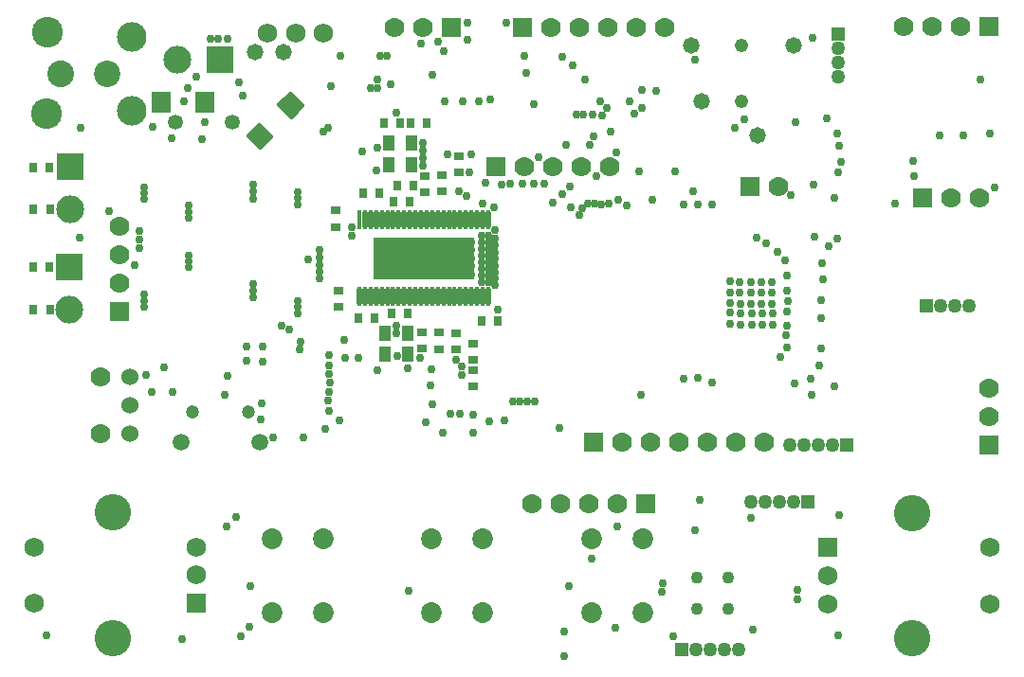
<source format=gbs>
%FSLAX24Y24*%
%MOIN*%
G70*
G01*
G75*
%ADD10C,0.0080*%
%ADD11R,0.0300X0.0300*%
%ADD12R,0.0300X0.0220*%
%ADD13R,0.0440X0.0120*%
%ADD14O,0.0190X0.1100*%
%ADD15R,0.0190X0.1100*%
%ADD16R,0.0220X0.0300*%
%ADD17R,0.0120X0.0440*%
%ADD18O,0.0440X0.0120*%
%ADD19R,0.0500X0.0250*%
%ADD20R,0.0360X0.0360*%
%ADD21O,0.0200X0.0500*%
%ADD22R,0.0200X0.0500*%
%ADD23R,0.1600X0.0600*%
%ADD24R,0.1460X0.1460*%
%ADD25R,0.0500X0.0500*%
%ADD26R,0.0830X0.2250*%
%ADD27R,0.0345X0.0500*%
%ADD28R,0.0630X0.0670*%
%ADD29O,0.0160X0.0530*%
%ADD30R,0.0160X0.0530*%
%ADD31R,0.0390X0.0350*%
%ADD32R,0.0220X0.0670*%
%ADD33O,0.0354X0.0787*%
%ADD34R,0.1968X0.1968*%
%ADD35R,0.0354X0.0787*%
%ADD36R,0.0280X0.0100*%
%ADD37R,0.0100X0.0510*%
%ADD38O,0.0100X0.0510*%
%ADD39R,0.0870X0.0870*%
%ADD40O,0.0200X0.0100*%
%ADD41R,0.0200X0.0100*%
%ADD42R,0.0100X0.0200*%
%ADD43C,0.0061*%
%ADD44C,0.0075*%
%ADD45C,0.0120*%
%ADD46C,0.0100*%
%ADD47C,0.0220*%
%ADD48C,0.0200*%
%ADD49C,0.0600*%
%ADD50C,0.0300*%
%ADD51C,0.0360*%
%ADD52C,0.0900*%
%ADD53C,0.0250*%
%ADD54C,0.0150*%
%ADD55C,0.0400*%
%ADD56C,0.0800*%
%ADD57C,0.2500*%
%ADD58C,0.0170*%
%ADD59R,0.0420X0.0420*%
%ADD60C,0.0420*%
%ADD61C,0.0650*%
%ADD62C,0.0620*%
%ADD63C,0.0600*%
%ADD64R,0.0600X0.0600*%
%ADD65R,0.0620X0.0620*%
%ADD66C,0.1200*%
%ADD67C,0.0500*%
%ADD68C,0.0510*%
%ADD69C,0.0390*%
%ADD70R,0.0900X0.0900*%
%ADD71C,0.0900*%
%ADD72C,0.0520*%
%ADD73C,0.0960*%
%ADD74C,0.1000*%
%ADD75C,0.0850*%
%ADD76C,0.0450*%
%ADD77C,0.0220*%
%ADD78C,0.0350*%
%ADD79C,0.0410*%
%ADD80C,0.0860*%
%ADD81O,0.0100X0.0600*%
%ADD82R,0.0100X0.0600*%
%ADD83R,0.3500X0.1380*%
%ADD84C,0.0630*%
%ADD85C,0.0700*%
%ADD86C,0.0340*%
%ADD87C,0.0730*%
%ADD88C,0.0500*%
%ADD89C,0.1900*%
%ADD90C,0.0160*%
%ADD91C,0.0040*%
%ADD92C,0.0050*%
%ADD93C,0.0070*%
%ADD94C,0.0030*%
%ADD95R,0.0380X0.0380*%
%ADD96R,0.0380X0.0300*%
%ADD97R,0.0520X0.0200*%
%ADD98O,0.0270X0.1180*%
%ADD99R,0.0270X0.1180*%
%ADD100R,0.0300X0.0380*%
%ADD101R,0.0200X0.0520*%
%ADD102O,0.0520X0.0200*%
%ADD103R,0.0580X0.0330*%
%ADD104R,0.0440X0.0440*%
%ADD105O,0.0280X0.0580*%
%ADD106R,0.0280X0.0580*%
%ADD107R,0.1680X0.0680*%
%ADD108R,0.1540X0.1540*%
%ADD109R,0.0580X0.0580*%
%ADD110R,0.0910X0.2330*%
%ADD111R,0.0425X0.0580*%
%ADD112R,0.0710X0.0750*%
%ADD113O,0.0240X0.0610*%
%ADD114R,0.0240X0.0610*%
%ADD115R,0.0470X0.0430*%
%ADD116R,0.0300X0.0750*%
%ADD117O,0.0434X0.0867*%
%ADD118R,0.2048X0.2048*%
%ADD119R,0.0434X0.0867*%
%ADD120R,0.0360X0.0180*%
%ADD121R,0.0180X0.0590*%
%ADD122O,0.0180X0.0590*%
%ADD123R,0.0950X0.0950*%
%ADD124O,0.0280X0.0180*%
%ADD125R,0.0280X0.0180*%
%ADD126R,0.0180X0.0280*%
%ADD127C,0.0730*%
%ADD128C,0.0700*%
%ADD129C,0.0680*%
%ADD130R,0.0680X0.0680*%
%ADD131R,0.0700X0.0700*%
%ADD132C,0.1280*%
%ADD133C,0.0580*%
%ADD134C,0.0590*%
%ADD135C,0.0470*%
%ADD136R,0.0980X0.0980*%
%ADD137C,0.0980*%
%ADD138C,0.1040*%
%ADD139C,0.1080*%
%ADD140C,0.0930*%
%ADD141C,0.0530*%
%ADD142C,0.0300*%
%ADD143C,0.0430*%
%ADD144C,0.0490*%
%ADD145C,0.0940*%
%ADD146O,0.0180X0.0680*%
%ADD147R,0.0180X0.0680*%
%ADD148R,0.3580X0.1460*%
D25*
X111768Y85040D02*
D03*
X103138Y72940D02*
D03*
X107588Y78160D02*
D03*
X108958Y80150D02*
D03*
X108638Y94620D02*
D03*
D58*
X88700Y91021D02*
X88318Y90640D01*
X87908Y91050D01*
X88289Y91432D01*
X88700Y91021D01*
X88499D02*
X88318Y90840D01*
X88108Y91050D01*
X88289Y91231D01*
X88499Y91021D01*
X88312Y91034D02*
X88295Y91037D01*
X89789Y92110D02*
X89407Y91728D01*
X88997Y92139D01*
X89378Y92520D01*
X89789Y92110D01*
X89588D02*
X89407Y91929D01*
X89197Y92139D01*
X89378Y92320D01*
X89588Y92110D01*
X89401Y92123D02*
X89384Y92126D01*
D63*
X83738Y80550D02*
D03*
X83738Y81550D02*
D03*
X83738Y82550D02*
D03*
D67*
X112268Y85040D02*
D03*
X112768D02*
D03*
X113268D02*
D03*
X103638Y72940D02*
D03*
X104138D02*
D03*
X104638D02*
D03*
X105138D02*
D03*
X107088Y78160D02*
D03*
X106588D02*
D03*
X106088D02*
D03*
X105588D02*
D03*
X108458Y80150D02*
D03*
X107958D02*
D03*
X107458D02*
D03*
X106958D02*
D03*
X108638Y94120D02*
D03*
Y93620D02*
D03*
Y93120D02*
D03*
D96*
X95317Y89741D02*
D03*
Y90311D02*
D03*
X95818Y82210D02*
D03*
Y82780D02*
D03*
X91088Y85570D02*
D03*
Y85000D02*
D03*
X90998Y88400D02*
D03*
Y87830D02*
D03*
X94018Y84130D02*
D03*
Y83560D02*
D03*
X94618Y83530D02*
D03*
Y84100D02*
D03*
X94118Y89630D02*
D03*
Y89060D02*
D03*
X94718Y89080D02*
D03*
Y89650D02*
D03*
X95818Y83710D02*
D03*
X95818Y83140D02*
D03*
X95218Y84080D02*
D03*
X95218Y83510D02*
D03*
D100*
X80338Y89930D02*
D03*
X80908D02*
D03*
X80368Y84930D02*
D03*
X80938D02*
D03*
X80368Y88450D02*
D03*
X80938D02*
D03*
X80928Y86420D02*
D03*
X80358D02*
D03*
X93268Y91470D02*
D03*
X92698D02*
D03*
X94188D02*
D03*
X93618D02*
D03*
X92368Y84630D02*
D03*
X91798D02*
D03*
X91948Y89030D02*
D03*
X92518Y89030D02*
D03*
X96118Y84530D02*
D03*
X96688D02*
D03*
X93718Y89280D02*
D03*
X93148D02*
D03*
X93018Y88730D02*
D03*
X93588D02*
D03*
X92958Y84780D02*
D03*
X93528Y84780D02*
D03*
D111*
X93653Y90020D02*
D03*
X92838D02*
D03*
X93653Y90770D02*
D03*
X92838D02*
D03*
X93523Y84080D02*
D03*
X92708Y84080D02*
D03*
X93523Y83340D02*
D03*
X92708D02*
D03*
D112*
X84858Y92210D02*
D03*
X86398D02*
D03*
D127*
X96148Y74250D02*
D03*
X96148Y76850D02*
D03*
X99974Y74254D02*
D03*
X99974Y76854D02*
D03*
X88748Y76860D02*
D03*
X88748Y74260D02*
D03*
X90548Y74260D02*
D03*
X90548Y76860D02*
D03*
X101774Y76854D02*
D03*
Y74254D02*
D03*
X94348Y74250D02*
D03*
X94348Y76850D02*
D03*
D128*
X100898Y78080D02*
D03*
X97898Y78080D02*
D03*
X99898D02*
D03*
X98898D02*
D03*
X110948Y94890D02*
D03*
X113948Y82150D02*
D03*
X113948Y81150D02*
D03*
X113628Y88850D02*
D03*
X112628D02*
D03*
X112948Y94890D02*
D03*
X111948D02*
D03*
X101068Y80240D02*
D03*
X102068D02*
D03*
X103068D02*
D03*
X104068D02*
D03*
X105068D02*
D03*
X106068D02*
D03*
X93058Y94860D02*
D03*
X94058D02*
D03*
X83398Y87840D02*
D03*
Y86840D02*
D03*
X83398Y85840D02*
D03*
X106568Y89240D02*
D03*
X98568Y94850D02*
D03*
X99568Y94850D02*
D03*
X100568D02*
D03*
X101568D02*
D03*
X102568Y94850D02*
D03*
X82708Y80550D02*
D03*
Y82550D02*
D03*
X100628Y89940D02*
D03*
X99628D02*
D03*
X97628Y89940D02*
D03*
X98628Y89940D02*
D03*
D129*
X86093Y76555D02*
D03*
X80383Y76555D02*
D03*
X86093Y75570D02*
D03*
X80383Y74585D02*
D03*
X113993Y74565D02*
D03*
X108283Y75550D02*
D03*
X113993Y76535D02*
D03*
X108283Y74565D02*
D03*
X90568Y94650D02*
D03*
X88598D02*
D03*
X89583D02*
D03*
D130*
X86093Y74585D02*
D03*
X108283Y76535D02*
D03*
D131*
X101898Y78080D02*
D03*
X113948Y80150D02*
D03*
X111628Y88850D02*
D03*
X113948Y94890D02*
D03*
X100068Y80240D02*
D03*
X95058Y94860D02*
D03*
X83398Y84840D02*
D03*
X105568Y89240D02*
D03*
X97568Y94850D02*
D03*
X96628Y89940D02*
D03*
D132*
X83138Y77780D02*
D03*
Y73360D02*
D03*
X111238Y73340D02*
D03*
Y77760D02*
D03*
D133*
X89148Y93970D02*
D03*
X88148D02*
D03*
X103838Y92260D02*
D03*
X107098Y94230D02*
D03*
X105818Y91040D02*
D03*
X103488Y94230D02*
D03*
D134*
X85548Y80240D02*
D03*
X88308D02*
D03*
D135*
X85948Y81300D02*
D03*
X87918D02*
D03*
D136*
X81638Y89940D02*
D03*
X86918Y93700D02*
D03*
X81628Y86420D02*
D03*
D137*
X81638Y88440D02*
D03*
X85418Y93700D02*
D03*
X81628Y84920D02*
D03*
D138*
X83808Y91930D02*
D03*
Y94500D02*
D03*
D139*
X80808Y91830D02*
D03*
X80858Y94670D02*
D03*
D140*
X82938Y93230D02*
D03*
D141*
X87338Y91510D02*
D03*
X85338D02*
D03*
D142*
X105638Y73650D02*
D03*
X87968Y73740D02*
D03*
X87648Y73430D02*
D03*
X100898Y77290D02*
D03*
X93548Y75030D02*
D03*
X108678Y77670D02*
D03*
X103774Y78230D02*
D03*
X87153Y77275D02*
D03*
X87493Y77615D02*
D03*
X113038Y91050D02*
D03*
X112228D02*
D03*
X99190Y75178D02*
D03*
X87978Y75190D02*
D03*
X114148Y89220D02*
D03*
X111298Y90150D02*
D03*
X111308Y89630D02*
D03*
X110658Y88640D02*
D03*
X113988Y91130D02*
D03*
X113658Y93030D02*
D03*
X85583Y73320D02*
D03*
X80803Y73455D02*
D03*
X108663Y73465D02*
D03*
X100818Y73720D02*
D03*
X102478Y75270D02*
D03*
X102468Y74970D02*
D03*
X107208Y74710D02*
D03*
Y75050D02*
D03*
X99028Y73590D02*
D03*
X105578Y77570D02*
D03*
X103628Y77160D02*
D03*
X99978Y76150D02*
D03*
X102868Y73430D02*
D03*
X99028Y72700D02*
D03*
X92918Y92850D02*
D03*
X90568Y91170D02*
D03*
X95618Y95020D02*
D03*
X94578Y94340D02*
D03*
X94778Y94020D02*
D03*
X94058Y90520D02*
D03*
X99638Y88490D02*
D03*
X99838Y88660D02*
D03*
X100088D02*
D03*
X100318Y88620D02*
D03*
X87718Y92460D02*
D03*
X86588Y94460D02*
D03*
X87178D02*
D03*
X97208Y81690D02*
D03*
X97708Y81680D02*
D03*
X96258Y89370D02*
D03*
X96818Y89300D02*
D03*
X97128Y89340D02*
D03*
X97548D02*
D03*
X97958D02*
D03*
X90748Y82940D02*
D03*
X90768Y82660D02*
D03*
X90778Y82340D02*
D03*
X90748Y82020D02*
D03*
X90728Y81700D02*
D03*
X90418Y86250D02*
D03*
Y86760D02*
D03*
Y87000D02*
D03*
X86288Y90930D02*
D03*
X84238Y85010D02*
D03*
Y85230D02*
D03*
X96578Y85770D02*
D03*
X96588Y86000D02*
D03*
Y86220D02*
D03*
Y86460D02*
D03*
Y86700D02*
D03*
Y86930D02*
D03*
Y87170D02*
D03*
X96578Y87410D02*
D03*
Y87700D02*
D03*
X96348Y85890D02*
D03*
X96338Y86120D02*
D03*
X96348Y86350D02*
D03*
Y86580D02*
D03*
Y86810D02*
D03*
Y87050D02*
D03*
Y87290D02*
D03*
Y87530D02*
D03*
X96108Y85890D02*
D03*
Y86120D02*
D03*
Y86350D02*
D03*
Y86580D02*
D03*
X96118Y86810D02*
D03*
Y87050D02*
D03*
Y87290D02*
D03*
Y87530D02*
D03*
X105798Y87460D02*
D03*
X106118Y87260D02*
D03*
X106508Y86940D02*
D03*
X106838Y86100D02*
D03*
X106868Y85580D02*
D03*
X106888Y85220D02*
D03*
X106838Y84860D02*
D03*
Y84340D02*
D03*
X106818Y84020D02*
D03*
X106838Y83580D02*
D03*
X108088Y86550D02*
D03*
X108118Y85980D02*
D03*
X108058Y85250D02*
D03*
Y84600D02*
D03*
X108038Y83560D02*
D03*
X107988Y82940D02*
D03*
X108528Y88840D02*
D03*
X100838Y90460D02*
D03*
X100138Y89620D02*
D03*
X99258Y88530D02*
D03*
X99208Y89260D02*
D03*
X99908Y90710D02*
D03*
X99098Y90700D02*
D03*
X98318Y89340D02*
D03*
X95768Y90380D02*
D03*
X92448Y93030D02*
D03*
X87588Y92900D02*
D03*
X89658Y84790D02*
D03*
X90608Y80720D02*
D03*
X106998Y88960D02*
D03*
X107678Y82490D02*
D03*
X107828Y87490D02*
D03*
X93108Y84340D02*
D03*
Y84080D02*
D03*
X90418Y86020D02*
D03*
Y86490D02*
D03*
X91538Y87520D02*
D03*
Y87820D02*
D03*
X84098Y87070D02*
D03*
Y87370D02*
D03*
X88088Y85800D02*
D03*
Y85570D02*
D03*
Y85350D02*
D03*
X90018Y86670D02*
D03*
X89658Y85000D02*
D03*
Y85200D02*
D03*
X85808Y86820D02*
D03*
Y86610D02*
D03*
Y86400D02*
D03*
X84238Y85440D02*
D03*
X89668Y88840D02*
D03*
Y89050D02*
D03*
Y88620D02*
D03*
X88078Y88810D02*
D03*
Y89330D02*
D03*
X85808Y88140D02*
D03*
Y88350D02*
D03*
Y88570D02*
D03*
X84248Y89230D02*
D03*
Y89030D02*
D03*
Y88830D02*
D03*
X95828Y81210D02*
D03*
X85778Y92730D02*
D03*
X96998Y95020D02*
D03*
X108238Y91650D02*
D03*
X108628Y91130D02*
D03*
X108678Y90680D02*
D03*
X94308Y82250D02*
D03*
X94358Y82810D02*
D03*
X95418Y82610D02*
D03*
X95428Y82930D02*
D03*
X99768Y93030D02*
D03*
X98958Y93810D02*
D03*
X99688Y91780D02*
D03*
X97688Y93250D02*
D03*
X95608Y94420D02*
D03*
X93978Y94280D02*
D03*
X94388Y93170D02*
D03*
X81988Y87450D02*
D03*
X101768Y92660D02*
D03*
X102268Y92630D02*
D03*
X99448Y91780D02*
D03*
X97618Y93860D02*
D03*
X84568Y91340D02*
D03*
X84528Y82010D02*
D03*
X84958Y82890D02*
D03*
X84328Y82610D02*
D03*
X91108Y81020D02*
D03*
X90748Y81350D02*
D03*
X94168Y80950D02*
D03*
X97988Y81680D02*
D03*
X97448Y81690D02*
D03*
X95338Y81260D02*
D03*
X95018Y81250D02*
D03*
X94398Y81580D02*
D03*
X92468Y82770D02*
D03*
X91778Y83210D02*
D03*
X90748Y83300D02*
D03*
X91318Y83210D02*
D03*
X93518Y82850D02*
D03*
X93138Y83290D02*
D03*
X94808Y92250D02*
D03*
X95448D02*
D03*
X96018D02*
D03*
X95828Y80590D02*
D03*
X108618Y87430D02*
D03*
X100038Y91030D02*
D03*
X100028Y91780D02*
D03*
X100288Y92260D02*
D03*
X101328D02*
D03*
X101728Y81900D02*
D03*
X101218Y88590D02*
D03*
X103718Y82500D02*
D03*
Y88600D02*
D03*
X101478Y91820D02*
D03*
X105028Y91300D02*
D03*
X105358Y91630D02*
D03*
X89728Y83500D02*
D03*
X89868Y80420D02*
D03*
X85238Y82010D02*
D03*
X101668Y89780D02*
D03*
X102928D02*
D03*
X96558Y88510D02*
D03*
X96148Y88660D02*
D03*
X97968Y92150D02*
D03*
X95578Y88900D02*
D03*
X95698Y89740D02*
D03*
X90728Y91330D02*
D03*
X82018D02*
D03*
X92428Y89820D02*
D03*
X84098Y87670D02*
D03*
X83028Y88380D02*
D03*
X86398Y91530D02*
D03*
X92438Y90620D02*
D03*
X92218Y92700D02*
D03*
X92448D02*
D03*
X88338Y81050D02*
D03*
X88398Y81630D02*
D03*
X89088Y84360D02*
D03*
X87848Y83630D02*
D03*
X88408Y83090D02*
D03*
Y83630D02*
D03*
X87078Y81920D02*
D03*
X87178Y82570D02*
D03*
X89358Y84220D02*
D03*
X88798Y80420D02*
D03*
X107768Y94480D02*
D03*
X108648Y89750D02*
D03*
X108328Y87160D02*
D03*
X107778Y89300D02*
D03*
X108748Y90130D02*
D03*
X108528Y82210D02*
D03*
X105588Y85110D02*
D03*
X105608Y84780D02*
D03*
Y84380D02*
D03*
X105578Y85500D02*
D03*
Y85870D02*
D03*
X105208Y85120D02*
D03*
X105228Y84790D02*
D03*
Y84390D02*
D03*
X105198Y85510D02*
D03*
Y85880D02*
D03*
X104848Y85140D02*
D03*
X104868Y84810D02*
D03*
Y84410D02*
D03*
X104838Y85530D02*
D03*
Y85900D02*
D03*
X105968Y85110D02*
D03*
X105988Y84780D02*
D03*
Y84380D02*
D03*
X105958Y85500D02*
D03*
Y85870D02*
D03*
X106318Y85120D02*
D03*
X106338Y84790D02*
D03*
Y84390D02*
D03*
X106308Y85510D02*
D03*
Y85880D02*
D03*
X98858Y80740D02*
D03*
X103568Y89080D02*
D03*
X102108Y88790D02*
D03*
X104218Y82350D02*
D03*
Y88600D02*
D03*
X91278Y83850D02*
D03*
X94058Y90770D02*
D03*
Y90250D02*
D03*
Y89970D02*
D03*
X95738Y86150D02*
D03*
Y86440D02*
D03*
Y87290D02*
D03*
Y87010D02*
D03*
Y86720D02*
D03*
X95468Y86150D02*
D03*
Y86440D02*
D03*
Y87290D02*
D03*
Y87010D02*
D03*
Y86720D02*
D03*
X95158Y86140D02*
D03*
Y86430D02*
D03*
Y87280D02*
D03*
Y87000D02*
D03*
Y86710D02*
D03*
X94848Y86150D02*
D03*
Y86440D02*
D03*
Y87290D02*
D03*
Y87010D02*
D03*
Y86720D02*
D03*
X94568Y86150D02*
D03*
Y86440D02*
D03*
Y87290D02*
D03*
Y87010D02*
D03*
Y86720D02*
D03*
X94268Y86150D02*
D03*
Y86440D02*
D03*
Y87290D02*
D03*
Y87010D02*
D03*
Y86720D02*
D03*
X93958Y86150D02*
D03*
Y86440D02*
D03*
Y87290D02*
D03*
Y87010D02*
D03*
Y86720D02*
D03*
X93648Y86150D02*
D03*
Y86440D02*
D03*
Y87290D02*
D03*
Y87010D02*
D03*
Y86720D02*
D03*
X93348Y86150D02*
D03*
Y86440D02*
D03*
Y87290D02*
D03*
Y87010D02*
D03*
Y86720D02*
D03*
X93038Y86150D02*
D03*
Y86440D02*
D03*
Y87290D02*
D03*
Y87010D02*
D03*
Y86720D02*
D03*
X92738Y86150D02*
D03*
Y86440D02*
D03*
Y87290D02*
D03*
Y87010D02*
D03*
Y86720D02*
D03*
X92458Y86150D02*
D03*
Y86440D02*
D03*
Y87290D02*
D03*
Y87010D02*
D03*
Y86720D02*
D03*
X103218Y82480D02*
D03*
Y88600D02*
D03*
X95228Y83160D02*
D03*
X93958Y83200D02*
D03*
X107728Y81930D02*
D03*
X94758Y80570D02*
D03*
X96928Y81000D02*
D03*
X96388Y80990D02*
D03*
X96678Y84920D02*
D03*
X89768Y83790D02*
D03*
X100338Y91750D02*
D03*
X98968Y88980D02*
D03*
X98628Y88690D02*
D03*
X98118Y90290D02*
D03*
X95318Y89080D02*
D03*
X85228Y90940D02*
D03*
X88078Y89070D02*
D03*
X83908Y86480D02*
D03*
X86868Y94460D02*
D03*
X100578Y88660D02*
D03*
X100638Y91170D02*
D03*
X96408Y92300D02*
D03*
X99328Y93530D02*
D03*
X87858Y83100D02*
D03*
X107108Y82330D02*
D03*
X100918Y88780D02*
D03*
X99548Y88240D02*
D03*
X106788Y86650D02*
D03*
X106618Y83250D02*
D03*
X103618Y93730D02*
D03*
X107138Y91530D02*
D03*
X93118Y91860D02*
D03*
X91908Y90490D02*
D03*
X92558Y93840D02*
D03*
X92798D02*
D03*
X91158D02*
D03*
X90818Y92790D02*
D03*
X85658Y92260D02*
D03*
X86078Y93100D02*
D03*
X94928Y90390D02*
D03*
X101758Y92000D02*
D03*
X100508D02*
D03*
D143*
X103688Y75480D02*
D03*
Y74370D02*
D03*
X104798D02*
D03*
Y75480D02*
D03*
D144*
X105258Y92260D02*
D03*
Y94230D02*
D03*
D145*
X81308Y93230D02*
D03*
D146*
X94182Y88070D02*
D03*
X92015D02*
D03*
X92212D02*
D03*
X92409D02*
D03*
X92606Y88070D02*
D03*
X92803D02*
D03*
X93000D02*
D03*
X93197D02*
D03*
X93394Y88070D02*
D03*
X93591D02*
D03*
X93788D02*
D03*
X93985D02*
D03*
X94379Y88070D02*
D03*
X94576Y88070D02*
D03*
X94773D02*
D03*
X94970Y88070D02*
D03*
X95167D02*
D03*
X95364D02*
D03*
X95561D02*
D03*
X95758Y88070D02*
D03*
X95955D02*
D03*
X96152D02*
D03*
X96349D02*
D03*
X91818Y85390D02*
D03*
X92015D02*
D03*
X92212Y85390D02*
D03*
X92409Y85390D02*
D03*
X92606D02*
D03*
X92803D02*
D03*
X93000D02*
D03*
X93197D02*
D03*
X93394D02*
D03*
X93591D02*
D03*
X93788D02*
D03*
X93985D02*
D03*
X94182Y85390D02*
D03*
X94379D02*
D03*
X94576D02*
D03*
X94773D02*
D03*
X94970D02*
D03*
X95167D02*
D03*
X95364D02*
D03*
X95561D02*
D03*
X95758Y85390D02*
D03*
X95955D02*
D03*
X96152D02*
D03*
X96349D02*
D03*
D147*
X91818Y88070D02*
D03*
D148*
X94088Y86720D02*
D03*
M02*

</source>
